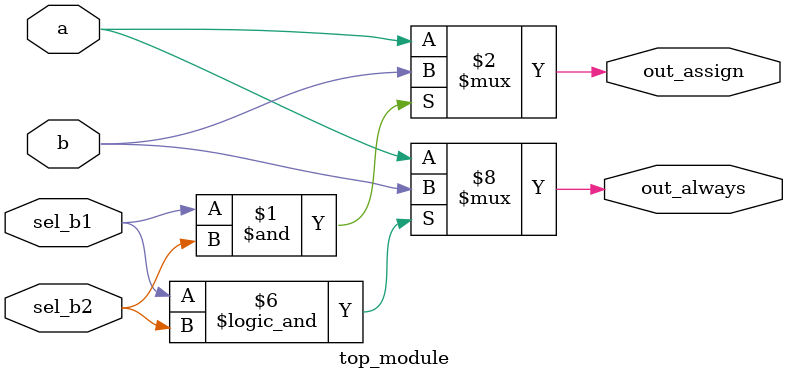
<source format=sv>
module top_module(
    input a,
    input b,
    input sel_b1,
    input sel_b2,
    output wire out_assign,
    output reg out_always   ); 

    // using assign statement
    assign out_assign = (sel_b1 & sel_b2)? b:a;
    
    // using procedural statements
    always @* begin
        if (sel_b1 == 1'b1 && sel_b2 == 1'b1) begin
        	out_always <= b;
        end else begin
            out_always <= a;
        end
    end
    
endmodule
</source>
